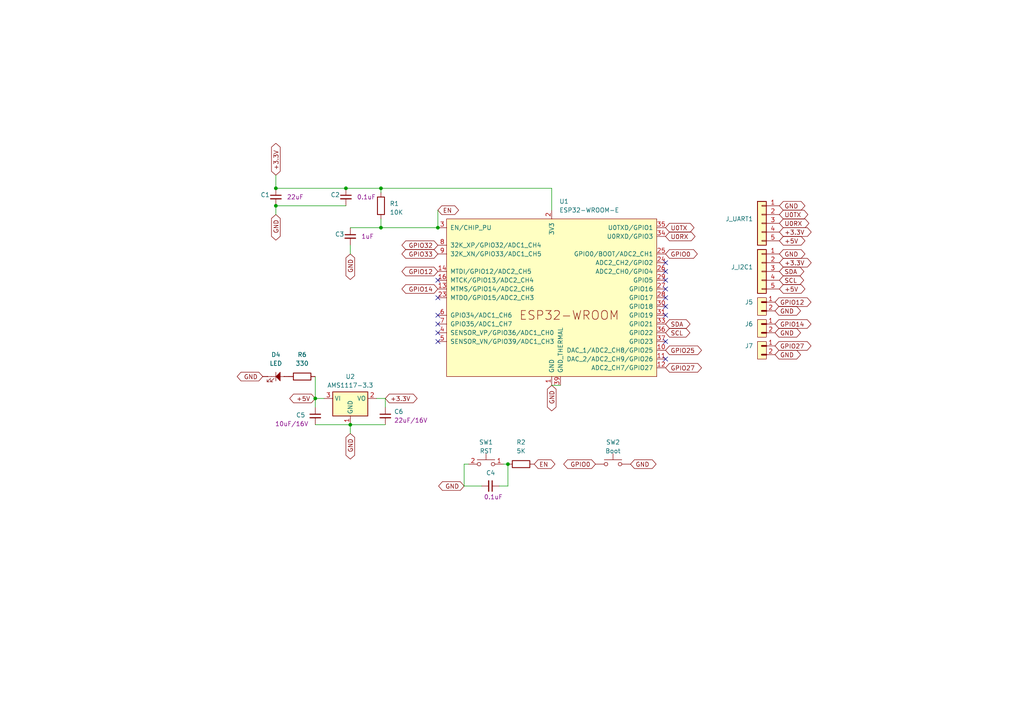
<source format=kicad_sch>
(kicad_sch (version 20231120) (generator "eeschema") (generator_version "8.0")
  (paper "A4")
  (title_block (title "IOTV_ID-1 (3x2A)") (date "2024-07-29") (rev "1.0") (company "Вербкин М.С."))
  (lib_symbols
    (symbol "Connector_Generic:Conn_01x05" (pin_names (offset 1.016) hide)
      (property "Reference" "J" (at 0 7.62 0))
      (property "Value" "Conn_01x05" (at 0 -7.62 0))
      (symbol "Conn_01x05_1_1"
        (rectangle (start -1.27 -4.953) (end 0 -5.207) (stroke (width 0.1524)))
        (rectangle (start -1.27 -2.413) (end 0 -2.667) (stroke (width 0.1524)))
        (rectangle (start -1.27 0.127) (end 0 -0.127) (stroke (width 0.1524)))
        (rectangle (start -1.27 2.667) (end 0 2.413) (stroke (width 0.1524)))
        (rectangle (start -1.27 5.207) (end 0 4.953) (stroke (width 0.1524)))
        (rectangle (start -1.27 6.35) (end 1.27 -6.35) (stroke (width 0.254)) (fill (type background)))
        (pin passive line (at -5.08 5.08 0) (length 3.81) (name "Pin_1") (number "1"))
        (pin passive line (at -5.08 2.54 0) (length 3.81) (name "Pin_2") (number "2"))
        (pin passive line (at -5.08 0 0) (length 3.81) (name "Pin_3") (number "3"))
        (pin passive line (at -5.08 -2.54 0) (length 3.81) (name "Pin_4") (number "4"))
        (pin passive line (at -5.08 -5.08 0) (length 3.81) (name "Pin_5") (number "5"))
      )
    )
    (symbol "Device:R" (pin_numbers hide) (pin_names (offset 0))
      (property "Reference" "R" (at 2.032 0 90))
      (property "Value" "R" (at 0 0 90))
      (symbol "R_0_1"
        (rectangle (start -1.016 -2.54) (end 1.016 2.54) (stroke (width 0.254)))
      )
      (symbol "R_1_1"
        (pin passive line (at 0 3.81 270) (length 1.27) (name "~") (number "1"))
        (pin passive line (at 0 -3.81 90) (length 1.27) (name "~") (number "2"))
      )
    )
    (symbol "PCM_4ms_Capacitor:10uF_0805_25V" (pin_numbers hide) (pin_names (offset 0.254) hide)
      (property "Reference" "C" (at 1.905 1.27 0))
      (property "Display" "10uF/25V" (at 1.905 -1.27 0))
      (symbol "10uF_0805_25V_0_1"
        (polyline (pts (xy -1.524 -0.508) (xy 1.524 -0.508)) (stroke (width 0.3302)))
        (polyline (pts (xy -1.524 0.508) (xy 1.524 0.508)) (stroke (width 0.3048)))
      )
      (symbol "10uF_0805_25V_1_1"
        (pin passive line (at 0 2.54 270) (length 2.032) (name "~") (number "1"))
        (pin passive line (at 0 -2.54 90) (length 2.032) (name "~") (number "2"))
      )
    )
    (symbol "PCM_4ms_Capacitor:C_Generic" (pin_numbers hide) (pin_names (offset 0.254) hide)
      (property "Reference" "C" (at 1.905 1.016 0))
      (property "Display" "?F" (at 1.905 -1.27 0))
      (symbol "C_Generic_0_1"
        (polyline (pts (xy -1.524 -0.508) (xy 1.524 -0.508)) (stroke (width 0.3302)))
        (polyline (pts (xy -1.524 0.508) (xy 1.524 0.508)) (stroke (width 0.3048)))
      )
      (symbol "C_Generic_1_1"
        (pin passive line (at 0 2.54 270) (length 2.032) (name "~") (number "1"))
        (pin passive line (at 0 -2.54 90) (length 2.032) (name "~") (number "2"))
      )
    )
    (symbol "PCM_Espressif:ESP32-WROOM-E" (pin_names (offset 1.016))
      (property "Reference" "U" (at -30.48 27.94 0))
      (property "Value" "ESP32-WROOM-E" (at -30.48 25.4 0))
      (symbol "ESP32-WROOM-E_0_1"
        (rectangle (start -30.48 22.86) (end 30.48 -22.86) (fill (type background)))
      )
      (symbol "ESP32-WROOM-E_1_1"
        (text "ESP32-­WROOM­" (at 5.08 -5.08 0) (effects (font (size 2.54 2.54))))
        (pin power_in line (at 0 -25.4 90) (length 2.54) (name "GND") (number "1"))
        (pin bidirectional line (at 33.02 -15.24 180) (length 2.54) (name "DAC_1/ADC2_CH8/GPIO25") (number "10"))
        (pin bidirectional line (at 33.02 -17.78 180) (length 2.54) (name "DAC_2/ADC2_CH9/GPIO26") (number "11"))
        (pin bidirectional line (at 33.02 -20.32 180) (length 2.54) (name "ADC2_CH7/GPIO27") (number "12"))
        (pin bidirectional line (at -33.02 2.54 0) (length 2.54) (name "MTMS/GPIO14/ADC2_CH6") (number "13"))
        (pin bidirectional line (at -33.02 7.62 0) (length 2.54) (name "MTDI/GPIO12/ADC2_CH5") (number "14"))
        (pin passive line (at 0 -25.4 90) (length 2.54) hide (name "GND") (number "15"))
        (pin bidirectional line (at -33.02 5.08 0) (length 2.54) (name "MTCK/GPIO13/ADC2_CH4") (number "16"))
        (pin power_in line (at 0 25.4 270) (length 2.54) (name "3V3") (number "2"))
        (pin bidirectional line (at -33.02 0 0) (length 2.54) (name "MTDO/GPIO15/ADC2_CH3") (number "23"))
        (pin bidirectional line (at 33.02 10.16 180) (length 2.54) (name "ADC2_CH2/GPIO2") (number "24"))
        (pin bidirectional line (at 33.02 12.7 180) (length 2.54) (name "GPIO0/BOOT/ADC2_CH1") (number "25"))
        (pin bidirectional line (at 33.02 7.62 180) (length 2.54) (name "ADC2_CH0/GPIO4") (number "26"))
        (pin bidirectional line (at 33.02 2.54 180) (length 2.54) (name "GPIO16") (number "27"))
        (pin bidirectional line (at 33.02 0 180) (length 2.54) (name "GPIO17") (number "28"))
        (pin bidirectional line (at 33.02 5.08 180) (length 2.54) (name "GPIO5") (number "29"))
        (pin input line (at -33.02 20.32 0) (length 2.54) (name "EN/CHIP_PU") (number "3"))
        (pin bidirectional line (at 33.02 -2.54 180) (length 2.54) (name "GPIO18") (number "30"))
        (pin bidirectional line (at 33.02 -5.08 180) (length 2.54) (name "GPIO19") (number "31"))
        (pin bidirectional line (at 33.02 -7.62 180) (length 2.54) (name "GPIO21") (number "33"))
        (pin bidirectional line (at 33.02 17.78 180) (length 2.54) (name "U0RXD/GPIO3") (number "34"))
        (pin bidirectional line (at 33.02 20.32 180) (length 2.54) (name "U0TXD/GPIO1") (number "35"))
        (pin bidirectional line (at 33.02 -10.16 180) (length 2.54) (name "GPIO22") (number "36"))
        (pin bidirectional line (at 33.02 -12.7 180) (length 2.54) (name "GPIO23") (number "37"))
        (pin passive line (at 0 -25.4 90) (length 2.54) hide (name "GND") (number "38"))
        (pin power_in line (at 2.54 -25.4 90) (length 2.54) (name "GND_THERMAL") (number "39"))
        (pin input line (at -33.02 -10.16 0) (length 2.54) (name "SENSOR_VP/GPIO36/ADC1_CH0") (number "4"))
        (pin input line (at -33.02 -12.7 0) (length 2.54) (name "SENSOR_VN/GPIO39/ADC1_CH3") (number "5"))
        (pin input line (at -33.02 -5.08 0) (length 2.54) (name "GPIO34/ADC1_CH6") (number "6"))
        (pin input line (at -33.02 -7.62 0) (length 2.54) (name "GPIO35/ADC1_CH7") (number "7"))
        (pin bidirectional line (at -33.02 15.24 0) (length 2.54) (name "32K_XP/GPIO32/ADC1_CH4") (number "8"))
        (pin bidirectional line (at -33.02 12.7 0) (length 2.54) (name "32K_XN/GPIO33/ADC1_CH5") (number "9"))
      )
    )
    (symbol "PCM_SL_Devices:LED"
      (property "Reference" "D" (at -0.508 5.334 0))
      (property "Value" "LED" (at -0.508 2.794 0))
      (symbol "LED_0_1"
        (polyline (pts (xy -1.27 0) (xy -2.54 0)))
        (polyline (pts (xy 0 1.27) (xy 0 -1.27)))
        (polyline (pts (xy 0.508 0.508) (xy 1.524 1.524)))
        (polyline (pts (xy 1.27 0) (xy 2.54 0)))
        (polyline (pts (xy 1.524 0.508) (xy 2.54 1.524)))
        (polyline (pts (xy 1.524 1.524) (xy 0.889 1.524)))
        (polyline (pts (xy 1.524 1.524) (xy 1.524 0.889)))
        (polyline (pts (xy 2.54 1.524) (xy 1.905 1.524)))
        (polyline (pts (xy 2.54 1.524) (xy 2.54 0.889)))
        (polyline (pts (xy 0 0) (xy -1.27 -1.27) (xy -1.27 1.27) (xy 0 0) (xy 1.27 0)) (fill (type outline)))
      )
      (symbol "LED_1_1"
        (pin passive line (at 3.81 0 180) (length 1.5) (name "~") (number "1"))
        (pin passive line (at -3.81 0 0) (length 1.5) (name "") (number "2"))
      )
    )
    (symbol "PCM_SL_Pin_Headers:PINHD_1x2_Male"
      (property "Reference" "J" (at 0 6.35 0))
      (property "Value" "PINHD_1x2_Male" (at 0 3.81 0))
      (symbol "PINHD_1x2_Male_0_1"
        (rectangle (start -1.27 2.54) (end 1.27 -2.54) (fill (type background)))
        (polyline (pts (xy -1.27 -1.27) (xy 0 -1.27)) (stroke (width 0.3)))
        (polyline (pts (xy -1.27 -1.27) (xy 0 -1.27)) (stroke (width 0.5)))
        (polyline (pts (xy -1.27 1.27) (xy 0 1.27)) (stroke (width 0.3)))
        (polyline (pts (xy -1.27 1.27) (xy 0 1.27)) (stroke (width 0.5)))
      )
      (symbol "PINHD_1x2_Male_1_1"
        (pin passive line (at -3.81 1.27 0) (length 2.54) (name "") (number "1"))
        (pin passive line (at -3.81 -1.27 0) (length 2.54) (name "") (number "2"))
      )
    )
    (symbol "Regulator_Linear:AMS1117-3.3"
      (property "Reference" "U" (at -3.81 3.175 0))
      (property "Value" "AMS1117-3.3" (at 0 3.175 0))
      (symbol "AMS1117-3.3_0_1"
        (rectangle (start -5.08 -5.08) (end 5.08 1.905) (stroke (width 0.254)) (fill (type background)))
      )
      (symbol "AMS1117-3.3_1_1"
        (pin power_in line (at 0 -7.62 90) (length 2.54) (name "GND") (number "1"))
        (pin power_out line (at 7.62 0 180) (length 2.54) (name "VO") (number "2"))
        (pin power_in line (at -7.62 0 0) (length 2.54) (name "VI") (number "3"))
      )
    )
    (symbol "SW_Push_1" (pin_names (offset 1.016) hide)
      (property "Reference" "SW" (at 1.27 2.54 0))
      (property "Value" "SW_Push" (at 0 -1.524 0))
      (symbol "SW_Push_1_0_1"
        (circle (center -2.032 0) (radius 0.508))
        (polyline (pts (xy 0 1.27) (xy 0 3.048)))
        (polyline (pts (xy 2.54 1.27) (xy -2.54 1.27)))
        (circle (center 2.032 0) (radius 0.508))
        (pin passive line (at -5.08 0 0) (length 2.54) (name "1") (number "1"))
        (pin passive line (at 5.08 0 180) (length 2.54) (name "2") (number "2"))
      )
    )
    (symbol "Switch:SW_Push" (pin_numbers hide) (pin_names (offset 1.016) hide)
      (property "Reference" "SW" (at 1.27 2.54 0))
      (property "Value" "SW_Push" (at 0 -1.524 0))
      (symbol "SW_Push_0_1"
        (circle (center -2.032 0) (radius 0.508))
        (polyline (pts (xy 0 1.27) (xy 0 3.048)))
        (polyline (pts (xy 2.54 1.27) (xy -2.54 1.27)))
        (circle (center 2.032 0) (radius 0.508))
        (pin passive line (at -5.08 0 0) (length 2.54) (name "1") (number "1"))
        (pin passive line (at 5.08 0 180) (length 2.54) (name "2") (number "2"))
      )
    )
  )
  (junction (at 101.6 123.19))
  (junction (at 127 66.04))
  (junction (at 110.49 66.04))
  (junction (at 100.33 54.61))
  (junction (at 147.32 134.62))
  (junction (at 110.49 54.61))
  (junction (at 91.44 115.57))
  (junction (at 80.01 54.61))
  (junction (at 80.01 59.69))
  (no_connect (at 193.04 83.82))
  (no_connect (at 193.04 91.44))
  (no_connect (at 127 81.28))
  (no_connect (at 193.04 78.74))
  (no_connect (at 127 99.06))
  (no_connect (at 193.04 99.06))
  (no_connect (at 127 93.98))
  (no_connect (at 127 86.36))
  (no_connect (at 127 96.52))
  (no_connect (at 193.04 88.9))
  (no_connect (at 193.04 104.14))
  (no_connect (at 127 91.44))
  (no_connect (at 193.04 81.28))
  (no_connect (at 193.04 76.2))
  (no_connect (at 193.04 86.36))
  (wire (pts (xy 101.6 71.12) (xy 101.6 73.66)))
  (wire (pts (xy 110.49 54.61) (xy 110.49 55.88)))
  (wire (pts (xy 91.44 109.22) (xy 91.44 115.57)))
  (wire (pts (xy 91.44 123.19) (xy 101.6 123.19)))
  (wire (pts (xy 101.6 123.19) (xy 111.76 123.19)))
  (wire (pts (xy 80.01 59.69) (xy 80.01 62.23)))
  (wire (pts (xy 91.44 115.57) (xy 93.98 115.57)))
  (wire (pts (xy 160.02 111.76) (xy 162.56 111.76)))
  (wire (pts (xy 134.62 134.62) (xy 134.62 140.97)))
  (wire (pts (xy 80.01 54.61) (xy 100.33 54.61)))
  (wire (pts (xy 134.62 140.97) (xy 139.7 140.97)))
  (wire (pts (xy 101.6 66.04) (xy 110.49 66.04)))
  (wire (pts (xy 127 60.96) (xy 127 66.04)))
  (wire (pts (xy 80.01 59.69) (xy 100.33 59.69)))
  (wire (pts (xy 144.78 140.97) (xy 147.32 140.97)))
  (wire (pts (xy 110.49 54.61) (xy 160.02 54.61)))
  (wire (pts (xy 146.05 134.62) (xy 147.32 134.62)))
  (wire (pts (xy 160.02 54.61) (xy 160.02 60.96)))
  (wire (pts (xy 109.22 115.57) (xy 111.76 115.57)))
  (wire (pts (xy 111.76 115.57) (xy 111.76 118.11)))
  (wire (pts (xy 101.6 123.19) (xy 101.6 125.73)))
  (wire (pts (xy 135.89 134.62) (xy 134.62 134.62)))
  (wire (pts (xy 91.44 118.11) (xy 91.44 115.57)))
  (wire (pts (xy 110.49 66.04) (xy 127 66.04)))
  (wire (pts (xy 80.01 50.8) (xy 80.01 54.61)))
  (wire (pts (xy 110.49 63.5) (xy 110.49 66.04)))
  (wire (pts (xy 147.32 134.62) (xy 147.32 140.97)))
  (wire (pts (xy 100.33 54.61) (xy 110.49 54.61)))
  (global_label "+5V" (shape bidirectional) (at 226.06 83.82 0) (property "Intersheetrefs" "${INTERSHEET_REFS}" (at 234.027 83.82 0) (effects (justify left))))
  (global_label "+3.3V" (shape bidirectional) (at 80.01 50.8 90) (property "Intersheetrefs" "${INTERSHEET_REFS}" (at 80.01 41.0981 90) (effects (justify left))))
  (global_label "U0TX" (shape bidirectional) (at 193.04 66.04 0) (property "Intersheetrefs" "${INTERSHEET_REFS}" (at 201.7742 66.04 0) (effects (justify left))))
  (global_label "+5V" (shape bidirectional) (at 226.06 69.85 0) (property "Intersheetrefs" "${INTERSHEET_REFS}" (at 234.027 69.85 0) (effects (justify left))))
  (global_label "GPIO32" (shape bidirectional) (at 127 71.12 180) (property "Intersheetrefs" "${INTERSHEET_REFS}" (at 116.0886 71.12 0) (effects (justify right))))
  (global_label "U0RX" (shape bidirectional) (at 226.06 64.77 0) (property "Intersheetrefs" "${INTERSHEET_REFS}" (at 235.0966 64.77 0) (effects (justify left))))
  (global_label "GND" (shape bidirectional) (at 134.62 140.97 180) (property "Intersheetrefs" "${INTERSHEET_REFS}" (at 126.653 140.97 0) (effects (justify right))))
  (global_label "GND" (shape bidirectional) (at 76.2 109.22 180) (property "Intersheetrefs" "${INTERSHEET_REFS}" (at 68.233 109.22 0) (effects (justify right))))
  (global_label "GND" (shape bidirectional) (at 160.02 111.76 270) (property "Intersheetrefs" "${INTERSHEET_REFS}" (at 160.02 119.6476 90) (effects (justify right))))
  (global_label "GPIO14" (shape bidirectional) (at 127 83.82 180) (property "Intersheetrefs" "${INTERSHEET_REFS}" (at 116.0092 83.82 0) (effects (justify right))))
  (global_label "GPIO25" (shape bidirectional) (at 193.04 101.6 0) (property "Intersheetrefs" "${INTERSHEET_REFS}" (at 204.0308 101.6 0) (effects (justify left))))
  (global_label "SDA" (shape bidirectional) (at 193.04 93.98 0) (property "Intersheetrefs" "${INTERSHEET_REFS}" (at 200.6252 93.98 0) (effects (justify left))))
  (global_label "GPIO14" (shape bidirectional) (at 224.79 93.98 0) (property "Intersheetrefs" "${INTERSHEET_REFS}" (at 235.7808 93.98 0) (effects (justify left))))
  (global_label "+5V" (shape bidirectional) (at 91.44 115.57 180) (property "Intersheetrefs" "${INTERSHEET_REFS}" (at 83.473 115.57 0) (effects (justify right))))
  (global_label "GND" (shape bidirectional) (at 226.06 73.66 0) (property "Intersheetrefs" "${INTERSHEET_REFS}" (at 233.9476 73.66 0) (effects (justify left))))
  (global_label "SDA" (shape bidirectional) (at 226.06 78.74 0) (property "Intersheetrefs" "${INTERSHEET_REFS}" (at 233.6452 78.74 0) (effects (justify left))))
  (global_label "GND" (shape bidirectional) (at 224.79 96.52 0) (property "Intersheetrefs" "${INTERSHEET_REFS}" (at 232.6776 96.52 0) (effects (justify left))))
  (global_label "GND" (shape bidirectional) (at 226.06 59.69 0) (property "Intersheetrefs" "${INTERSHEET_REFS}" (at 233.9476 59.69 0) (effects (justify left))))
  (global_label "GPIO0" (shape bidirectional) (at 172.72 134.62 180) (property "Intersheetrefs" "${INTERSHEET_REFS}" (at 163.0181 134.62 0) (effects (justify right))))
  (global_label "EN" (shape bidirectional) (at 154.94 134.62 0) (property "Intersheetrefs" "${INTERSHEET_REFS}" (at 161.4366 134.62 0) (effects (justify left))))
  (global_label "GND" (shape bidirectional) (at 101.6 125.73 270) (property "Intersheetrefs" "${INTERSHEET_REFS}" (at 101.6 133.697 90) (effects (justify right))))
  (global_label "GPIO27" (shape bidirectional) (at 193.04 106.68 0) (property "Intersheetrefs" "${INTERSHEET_REFS}" (at 204.0308 106.68 0) (effects (justify left))))
  (global_label "EN" (shape bidirectional) (at 127 60.96 0) (property "Intersheetrefs" "${INTERSHEET_REFS}" (at 133.4966 60.96 0) (effects (justify left))))
  (global_label "SCL" (shape bidirectional) (at 226.06 81.28 0) (property "Intersheetrefs" "${INTERSHEET_REFS}" (at 233.5847 81.28 0) (effects (justify left))))
  (global_label "U0TX" (shape bidirectional) (at 226.06 62.23 0) (property "Intersheetrefs" "${INTERSHEET_REFS}" (at 234.7942 62.23 0) (effects (justify left))))
  (global_label "GND" (shape bidirectional) (at 182.88 134.62 0) (property "Intersheetrefs" "${INTERSHEET_REFS}" (at 190.7676 134.62 0) (effects (justify left))))
  (global_label "+3.3V" (shape bidirectional) (at 226.06 76.2 0) (property "Intersheetrefs" "${INTERSHEET_REFS}" (at 235.7619 76.2 0) (effects (justify left))))
  (global_label "+3.3V" (shape bidirectional) (at 111.76 115.57 0) (property "Intersheetrefs" "${INTERSHEET_REFS}" (at 121.4619 115.57 0) (effects (justify left))))
  (global_label "GPIO12" (shape bidirectional) (at 127 78.74 180) (property "Intersheetrefs" "${INTERSHEET_REFS}" (at 116.0092 78.74 0) (effects (justify right))))
  (global_label "GPIO27" (shape bidirectional) (at 224.79 100.33 0) (property "Intersheetrefs" "${INTERSHEET_REFS}" (at 235.7808 100.33 0) (effects (justify left))))
  (global_label "U0RX" (shape bidirectional) (at 193.04 68.58 0) (property "Intersheetrefs" "${INTERSHEET_REFS}" (at 202.0766 68.58 0) (effects (justify left))))
  (global_label "SCL" (shape bidirectional) (at 193.04 96.52 0) (property "Intersheetrefs" "${INTERSHEET_REFS}" (at 200.5647 96.52 0) (effects (justify left))))
  (global_label "GPIO33" (shape bidirectional) (at 127 73.66 180) (property "Intersheetrefs" "${INTERSHEET_REFS}" (at 116.0092 73.66 0) (effects (justify right))))
  (global_label "GND" (shape bidirectional) (at 101.6 73.66 270) (property "Intersheetrefs" "${INTERSHEET_REFS}" (at 101.6 81.5476 90) (effects (justify right))))
  (global_label "GND" (shape bidirectional) (at 80.01 62.23 270) (property "Intersheetrefs" "${INTERSHEET_REFS}" (at 80.01 70.1176 90) (effects (justify right))))
  (global_label "GND" (shape bidirectional) (at 224.79 102.87 0) (property "Intersheetrefs" "${INTERSHEET_REFS}" (at 232.6776 102.87 0) (effects (justify left))))
  (global_label "+3.3V" (shape bidirectional) (at 226.06 67.31 0) (property "Intersheetrefs" "${INTERSHEET_REFS}" (at 235.7619 67.31 0) (effects (justify left))))
  (global_label "GND" (shape bidirectional) (at 224.79 90.17 0) (property "Intersheetrefs" "${INTERSHEET_REFS}" (at 232.6776 90.17 0) (effects (justify left))))
  (global_label "GPIO12" (shape bidirectional) (at 224.79 87.63 0) (property "Intersheetrefs" "${INTERSHEET_REFS}" (at 235.7808 87.63 0) (effects (justify left))))
  (global_label "GPIO0" (shape bidirectional) (at 193.04 73.66 0) (property "Intersheetrefs" "${INTERSHEET_REFS}" (at 202.7419 73.66 0) (effects (justify left))))
  (symbol (lib_id "PCM_SL_Pin_Headers:PINHD_1x2_Male") (at 220.98 101.6 0) (mirror y) (unit 1)
    (property "Reference" "J7" (at 218.44 100.3299 0) (effects (justify left)))
    (property "Value" "PINHD_1x2_Male" (effects (hide yes)))
    (property "Footprint" "Connector_PinHeader_2.54mm:PinHeader_1x02_P2.54mm_Vertical" (effects (hide yes)))
    (property "Description" "Pin Header male with pin space 2.54mm. Pin Count -2" (effects (hide yes)))
  )
  (symbol (lib_id "PCM_Espressif:ESP32-WROOM-E") (at 160.02 86.36 0) (unit 1)
    (property "Reference" "U1" (at 162.2141 58.42 0) (effects (justify left)))
    (property "Value" "ESP32-WROOM-E" (at 162.2141 60.96 0) (effects (justify left)))
    (property "Footprint" "PCM_Espressif:ESP32-WROOM-32E" (effects (hide yes)))
    (property "Datasheet" "https://www.espressif.com/sites/default/files/documentation/esp32-wroom-32e_esp32-wroom-32ue_datasheet_en.pdf" (effects (hide yes)))
    (property "Description" "ESP32-WROOM-32E integrates ESP32-D0WD-V3, with higher stability and safety performance." (effects (hide yes)))
  )
  (symbol (lib_id "PCM_4ms_Capacitor:C_Generic") (at 101.6 68.58 0) (unit 1)
    (property "Reference" "C3" (at 97.155 67.945 0) (effects (justify left)))
    (property "Value" "C_Generic" (effects (hide yes)))
    (property "Footprint" "Capacitor_SMD:C_1206_3216Metric" (effects (hide yes)))
    (property "Display" "1uF" (at 104.775 68.58 0) (effects (justify left)))
  )
  (symbol (lib_id "Connector_Generic:Conn_01x05") (at 220.98 64.77 0) (mirror y) (unit 1)
    (property "Reference" "J_UART1" (at 218.44 63.4999 0) (effects (justify left)))
    (property "Value" "Conn_01x05" (effects (hide yes)))
    (property "Footprint" "Connector_PinHeader_2.54mm:PinHeader_1x05_P2.54mm_Vertical" (effects (hide yes)))
    (property "Description" "Generic connector, single row, 01x05, script generated (kicad-library-utils/schlib/autogen/connector/)" (effects (hide yes)))
  )
  (symbol (lib_id "PCM_4ms_Capacitor:C_Generic") (at 100.33 57.15 0) (unit 1)
    (property "Reference" "C2" (at 95.885 56.515 0) (effects (justify left)))
    (property "Value" "C_Generic" (effects (hide yes)))
    (property "Footprint" "Capacitor_SMD:C_1206_3216Metric" (effects (hide yes)))
    (property "Display" "0.1uF" (at 103.505 57.15 0) (effects (justify left)))
  )
  (symbol (lib_id "Switch:SW_Push") (at 177.8 134.62 0) (unit 1)
    (property "Reference" "SW2" (at 177.8 128.27 0))
    (property "Value" "Boot" (at 177.8 130.81 0))
    (property "Footprint" "Button_Switch_SMD:SW_SPST_TL3342" (effects (hide yes)))
  )
  (symbol (lib_id "Connector_Generic:Conn_01x05") (at 220.98 78.74 0) (mirror y) (unit 1)
    (property "Reference" "J_I2C1" (at 218.44 77.4699 0) (effects (justify left)))
    (property "Value" "Conn_01x05" (effects (hide yes)))
    (property "Footprint" "Connector_PinHeader_2.54mm:PinHeader_1x05_P2.54mm_Vertical" (effects (hide yes)))
    (property "Description" "Generic connector, single row, 01x05, script generated (kicad-library-utils/schlib/autogen/connector/)" (effects (hide yes)))
  )
  (symbol (lib_id "PCM_SL_Pin_Headers:PINHD_1x2_Male") (at 220.98 95.25 0) (mirror y) (unit 1)
    (property "Reference" "J6" (at 218.44 93.9799 0) (effects (justify left)))
    (property "Value" "PINHD_1x2_Male" (effects (hide yes)))
    (property "Footprint" "Connector_PinHeader_2.54mm:PinHeader_1x02_P2.54mm_Vertical" (effects (hide yes)))
    (property "Description" "Pin Header male with pin space 2.54mm. Pin Count -2" (effects (hide yes)))
  )
  (symbol (lib_id "PCM_4ms_Capacitor:C_Generic") (at 142.24 140.97 270) (unit 1)
    (property "Reference" "C4" (at 140.97 137.16 90) (effects (justify left)))
    (property "Value" "C_Generic" (effects (hide yes)))
    (property "Footprint" "Capacitor_SMD:C_1206_3216Metric" (effects (hide yes)))
    (property "Display" "0.1uF" (at 140.335 144.145 90) (effects (justify left)))
  )
  (symbol (lib_id "PCM_4ms_Capacitor:C_Generic") (at 80.01 57.15 0) (unit 1)
    (property "Reference" "C1" (at 75.565 56.515 0) (effects (justify left)))
    (property "Value" "C_Generic" (effects (hide yes)))
    (property "Footprint" "Capacitor_SMD:C_1206_3216Metric" (effects (hide yes)))
    (property "Display" "22uF" (at 83.185 57.15 0) (effects (justify left)))
  )
  (symbol (lib_id "PCM_SL_Devices:LED") (at 80.01 109.22 180) (unit 1)
    (property "Reference" "D4" (at 80.01 102.87 0))
    (property "Value" "LED" (at 80.01 105.41 0))
    (property "Footprint" "PCM_Diode_SMD_Handsoldering_AKL:D_0603_1608Metric" (effects (hide yes)))
    (property "Description" "Common 5mm diameter LED" (effects (hide yes)))
  )
  (symbol (lib_id "PCM_4ms_Capacitor:10uF_0805_25V") (at 91.44 120.65 0) (unit 1)
    (property "Reference" "C5" (at 85.852 120.396 0) (effects (justify left)))
    (property "Value" "10uF_0805_25V" (effects (hide yes)))
    (property "Footprint" "Capacitor_SMD:C_1206_3216Metric" (effects (hide yes)))
    (property "Description" "10uF, Min. 25V, X5R/X6S/X7R/X7S, 0805, MLCC" (effects (hide yes)))
    (property "Specifications" "10uF, Min. 25V, X5R/X6S/X7R/X7S, 0805, MLCC" (effects (hide yes)))
    (property "Manufacturer" "Murata" (effects (hide yes)))
    (property "Part Number" "GRM21BR61E106MA73L" (effects (hide yes)))
    (property "Display" "10uF/16V" (at 79.756 122.936 0) (effects (justify left)))
    (property "JLCPCB ID" "C15850" (effects (hide yes)))
  )
  (symbol (lib_id "Regulator_Linear:AMS1117-3.3") (at 101.6 115.57 0) (unit 1)
    (property "Reference" "U2" (at 101.6 109.22 0))
    (property "Value" "AMS1117-3.3" (at 101.6 111.76 0))
    (property "Footprint" "Package_TO_SOT_SMD:SOT-223-3_TabPin2" (effects (hide yes)))
    (property "Datasheet" "http://www.advanced-monolithic.com/pdf/ds1117.pdf" (effects (hide yes)))
    (property "Description" "1A Low Dropout regulator, positive, 3.3V fixed output, SOT-223" (effects (hide yes)))
  )
  (symbol (lib_id "PCM_SL_Pin_Headers:PINHD_1x2_Male") (at 220.98 88.9 0) (mirror y) (unit 1)
    (property "Reference" "J5" (at 218.44 87.6299 0) (effects (justify left)))
    (property "Value" "PINHD_1x2_Male" (effects (hide yes)))
    (property "Footprint" "Connector_PinHeader_2.54mm:PinHeader_1x02_P2.54mm_Vertical" (effects (hide yes)))
    (property "Description" "Pin Header male with pin space 2.54mm. Pin Count -2" (effects (hide yes)))
  )
  (symbol (lib_name "SW_Push_1") (lib_id "Switch:SW_Push") (at 140.97 134.62 0) (mirror y) (unit 1)
    (property "Reference" "SW1" (at 140.97 128.27 0))
    (property "Value" "RST" (at 140.97 130.81 0))
    (property "Footprint" "Button_Switch_SMD:SW_SPST_TL3342" (effects (hide yes)))
  )
  (symbol (lib_id "Device:R") (at 87.63 109.22 90) (unit 1)
    (property "Reference" "R6" (at 87.63 102.87 90))
    (property "Value" "330" (at 87.63 105.41 90))
    (property "Footprint" "Resistor_SMD:R_1206_3216Metric" (effects (hide yes)))
  )
  (symbol (lib_id "Device:R") (at 151.13 134.62 90) (unit 1)
    (property "Reference" "R2" (at 151.13 128.27 90))
    (property "Value" "5K" (at 151.13 130.81 90))
    (property "Footprint" "Resistor_SMD:R_1206_3216Metric" (effects (hide yes)))
  )
  (symbol (lib_id "Device:R") (at 110.49 59.69 0) (unit 1)
    (property "Reference" "R1" (at 113.03 59.055 0) (effects (justify left)))
    (property "Value" "10K" (at 113.03 61.595 0) (effects (justify left)))
    (property "Footprint" "Resistor_SMD:R_1206_3216Metric" (effects (hide yes)))
  )
  (symbol (lib_id "PCM_4ms_Capacitor:10uF_0805_25V") (at 111.76 120.65 0) (unit 1)
    (property "Reference" "C6" (at 114.3 119.3862 0) (effects (justify left)))
    (property "Value" "10uF_0805_25V" (effects (hide yes)))
    (property "Footprint" "Capacitor_SMD:C_1206_3216Metric" (effects (hide yes)))
    (property "Description" "10uF, Min. 25V, X5R/X6S/X7R/X7S, 0805, MLCC" (effects (hide yes)))
    (property "Specifications" "10uF, Min. 25V, X5R/X6S/X7R/X7S, 0805, MLCC" (effects (hide yes)))
    (property "Manufacturer" "Murata" (effects (hide yes)))
    (property "Part Number" "GRM21BR61E106MA73L" (effects (hide yes)))
    (property "Display" "22uF/16V" (at 114.3 121.9262 0) (effects (justify left)))
    (property "JLCPCB ID" "C15850" (effects (hide yes)))
  )
)
</source>
